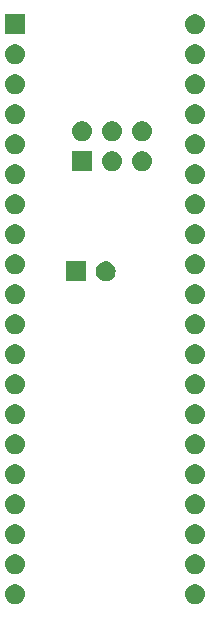
<source format=gbr>
%TF.GenerationSoftware,KiCad,Pcbnew,7.0.7*%
%TF.CreationDate,2024-02-24T18:58:31-05:00*%
%TF.ProjectId,m0110a_atmega32_pcb,6d303131-3061-45f6-9174-6d6567613332,rev?*%
%TF.SameCoordinates,Original*%
%TF.FileFunction,Soldermask,Bot*%
%TF.FilePolarity,Negative*%
%FSLAX46Y46*%
G04 Gerber Fmt 4.6, Leading zero omitted, Abs format (unit mm)*
G04 Created by KiCad (PCBNEW 7.0.7) date 2024-02-24 18:58:31*
%MOMM*%
%LPD*%
G01*
G04 APERTURE LIST*
G04 APERTURE END LIST*
G36*
X143772664Y-114761602D02*
G01*
X143935000Y-114833878D01*
X144078761Y-114938327D01*
X144197664Y-115070383D01*
X144286514Y-115224274D01*
X144341425Y-115393275D01*
X144360000Y-115570000D01*
X144341425Y-115746725D01*
X144286514Y-115915726D01*
X144197664Y-116069617D01*
X144078761Y-116201673D01*
X143935000Y-116306122D01*
X143772664Y-116378398D01*
X143598849Y-116415344D01*
X143421151Y-116415344D01*
X143247336Y-116378398D01*
X143085000Y-116306122D01*
X142941239Y-116201673D01*
X142822336Y-116069617D01*
X142733486Y-115915726D01*
X142678575Y-115746725D01*
X142660000Y-115570000D01*
X142678575Y-115393275D01*
X142733486Y-115224274D01*
X142822336Y-115070383D01*
X142941239Y-114938327D01*
X143085000Y-114833878D01*
X143247336Y-114761602D01*
X143421151Y-114724656D01*
X143598849Y-114724656D01*
X143772664Y-114761602D01*
G37*
G36*
X159012664Y-114761602D02*
G01*
X159175000Y-114833878D01*
X159318761Y-114938327D01*
X159437664Y-115070383D01*
X159526514Y-115224274D01*
X159581425Y-115393275D01*
X159600000Y-115570000D01*
X159581425Y-115746725D01*
X159526514Y-115915726D01*
X159437664Y-116069617D01*
X159318761Y-116201673D01*
X159175000Y-116306122D01*
X159012664Y-116378398D01*
X158838849Y-116415344D01*
X158661151Y-116415344D01*
X158487336Y-116378398D01*
X158325000Y-116306122D01*
X158181239Y-116201673D01*
X158062336Y-116069617D01*
X157973486Y-115915726D01*
X157918575Y-115746725D01*
X157900000Y-115570000D01*
X157918575Y-115393275D01*
X157973486Y-115224274D01*
X158062336Y-115070383D01*
X158181239Y-114938327D01*
X158325000Y-114833878D01*
X158487336Y-114761602D01*
X158661151Y-114724656D01*
X158838849Y-114724656D01*
X159012664Y-114761602D01*
G37*
G36*
X143772664Y-112221602D02*
G01*
X143935000Y-112293878D01*
X144078761Y-112398327D01*
X144197664Y-112530383D01*
X144286514Y-112684274D01*
X144341425Y-112853275D01*
X144360000Y-113030000D01*
X144341425Y-113206725D01*
X144286514Y-113375726D01*
X144197664Y-113529617D01*
X144078761Y-113661673D01*
X143935000Y-113766122D01*
X143772664Y-113838398D01*
X143598849Y-113875344D01*
X143421151Y-113875344D01*
X143247336Y-113838398D01*
X143085000Y-113766122D01*
X142941239Y-113661673D01*
X142822336Y-113529617D01*
X142733486Y-113375726D01*
X142678575Y-113206725D01*
X142660000Y-113030000D01*
X142678575Y-112853275D01*
X142733486Y-112684274D01*
X142822336Y-112530383D01*
X142941239Y-112398327D01*
X143085000Y-112293878D01*
X143247336Y-112221602D01*
X143421151Y-112184656D01*
X143598849Y-112184656D01*
X143772664Y-112221602D01*
G37*
G36*
X159012664Y-112221602D02*
G01*
X159175000Y-112293878D01*
X159318761Y-112398327D01*
X159437664Y-112530383D01*
X159526514Y-112684274D01*
X159581425Y-112853275D01*
X159600000Y-113030000D01*
X159581425Y-113206725D01*
X159526514Y-113375726D01*
X159437664Y-113529617D01*
X159318761Y-113661673D01*
X159175000Y-113766122D01*
X159012664Y-113838398D01*
X158838849Y-113875344D01*
X158661151Y-113875344D01*
X158487336Y-113838398D01*
X158325000Y-113766122D01*
X158181239Y-113661673D01*
X158062336Y-113529617D01*
X157973486Y-113375726D01*
X157918575Y-113206725D01*
X157900000Y-113030000D01*
X157918575Y-112853275D01*
X157973486Y-112684274D01*
X158062336Y-112530383D01*
X158181239Y-112398327D01*
X158325000Y-112293878D01*
X158487336Y-112221602D01*
X158661151Y-112184656D01*
X158838849Y-112184656D01*
X159012664Y-112221602D01*
G37*
G36*
X143772664Y-109681602D02*
G01*
X143935000Y-109753878D01*
X144078761Y-109858327D01*
X144197664Y-109990383D01*
X144286514Y-110144274D01*
X144341425Y-110313275D01*
X144360000Y-110490000D01*
X144341425Y-110666725D01*
X144286514Y-110835726D01*
X144197664Y-110989617D01*
X144078761Y-111121673D01*
X143935000Y-111226122D01*
X143772664Y-111298398D01*
X143598849Y-111335344D01*
X143421151Y-111335344D01*
X143247336Y-111298398D01*
X143085000Y-111226122D01*
X142941239Y-111121673D01*
X142822336Y-110989617D01*
X142733486Y-110835726D01*
X142678575Y-110666725D01*
X142660000Y-110490000D01*
X142678575Y-110313275D01*
X142733486Y-110144274D01*
X142822336Y-109990383D01*
X142941239Y-109858327D01*
X143085000Y-109753878D01*
X143247336Y-109681602D01*
X143421151Y-109644656D01*
X143598849Y-109644656D01*
X143772664Y-109681602D01*
G37*
G36*
X159012664Y-109681602D02*
G01*
X159175000Y-109753878D01*
X159318761Y-109858327D01*
X159437664Y-109990383D01*
X159526514Y-110144274D01*
X159581425Y-110313275D01*
X159600000Y-110490000D01*
X159581425Y-110666725D01*
X159526514Y-110835726D01*
X159437664Y-110989617D01*
X159318761Y-111121673D01*
X159175000Y-111226122D01*
X159012664Y-111298398D01*
X158838849Y-111335344D01*
X158661151Y-111335344D01*
X158487336Y-111298398D01*
X158325000Y-111226122D01*
X158181239Y-111121673D01*
X158062336Y-110989617D01*
X157973486Y-110835726D01*
X157918575Y-110666725D01*
X157900000Y-110490000D01*
X157918575Y-110313275D01*
X157973486Y-110144274D01*
X158062336Y-109990383D01*
X158181239Y-109858327D01*
X158325000Y-109753878D01*
X158487336Y-109681602D01*
X158661151Y-109644656D01*
X158838849Y-109644656D01*
X159012664Y-109681602D01*
G37*
G36*
X143772664Y-107141602D02*
G01*
X143935000Y-107213878D01*
X144078761Y-107318327D01*
X144197664Y-107450383D01*
X144286514Y-107604274D01*
X144341425Y-107773275D01*
X144360000Y-107950000D01*
X144341425Y-108126725D01*
X144286514Y-108295726D01*
X144197664Y-108449617D01*
X144078761Y-108581673D01*
X143935000Y-108686122D01*
X143772664Y-108758398D01*
X143598849Y-108795344D01*
X143421151Y-108795344D01*
X143247336Y-108758398D01*
X143085000Y-108686122D01*
X142941239Y-108581673D01*
X142822336Y-108449617D01*
X142733486Y-108295726D01*
X142678575Y-108126725D01*
X142660000Y-107950000D01*
X142678575Y-107773275D01*
X142733486Y-107604274D01*
X142822336Y-107450383D01*
X142941239Y-107318327D01*
X143085000Y-107213878D01*
X143247336Y-107141602D01*
X143421151Y-107104656D01*
X143598849Y-107104656D01*
X143772664Y-107141602D01*
G37*
G36*
X159012664Y-107141602D02*
G01*
X159175000Y-107213878D01*
X159318761Y-107318327D01*
X159437664Y-107450383D01*
X159526514Y-107604274D01*
X159581425Y-107773275D01*
X159600000Y-107950000D01*
X159581425Y-108126725D01*
X159526514Y-108295726D01*
X159437664Y-108449617D01*
X159318761Y-108581673D01*
X159175000Y-108686122D01*
X159012664Y-108758398D01*
X158838849Y-108795344D01*
X158661151Y-108795344D01*
X158487336Y-108758398D01*
X158325000Y-108686122D01*
X158181239Y-108581673D01*
X158062336Y-108449617D01*
X157973486Y-108295726D01*
X157918575Y-108126725D01*
X157900000Y-107950000D01*
X157918575Y-107773275D01*
X157973486Y-107604274D01*
X158062336Y-107450383D01*
X158181239Y-107318327D01*
X158325000Y-107213878D01*
X158487336Y-107141602D01*
X158661151Y-107104656D01*
X158838849Y-107104656D01*
X159012664Y-107141602D01*
G37*
G36*
X143772664Y-104601602D02*
G01*
X143935000Y-104673878D01*
X144078761Y-104778327D01*
X144197664Y-104910383D01*
X144286514Y-105064274D01*
X144341425Y-105233275D01*
X144360000Y-105410000D01*
X144341425Y-105586725D01*
X144286514Y-105755726D01*
X144197664Y-105909617D01*
X144078761Y-106041673D01*
X143935000Y-106146122D01*
X143772664Y-106218398D01*
X143598849Y-106255344D01*
X143421151Y-106255344D01*
X143247336Y-106218398D01*
X143085000Y-106146122D01*
X142941239Y-106041673D01*
X142822336Y-105909617D01*
X142733486Y-105755726D01*
X142678575Y-105586725D01*
X142660000Y-105410000D01*
X142678575Y-105233275D01*
X142733486Y-105064274D01*
X142822336Y-104910383D01*
X142941239Y-104778327D01*
X143085000Y-104673878D01*
X143247336Y-104601602D01*
X143421151Y-104564656D01*
X143598849Y-104564656D01*
X143772664Y-104601602D01*
G37*
G36*
X159012664Y-104601602D02*
G01*
X159175000Y-104673878D01*
X159318761Y-104778327D01*
X159437664Y-104910383D01*
X159526514Y-105064274D01*
X159581425Y-105233275D01*
X159600000Y-105410000D01*
X159581425Y-105586725D01*
X159526514Y-105755726D01*
X159437664Y-105909617D01*
X159318761Y-106041673D01*
X159175000Y-106146122D01*
X159012664Y-106218398D01*
X158838849Y-106255344D01*
X158661151Y-106255344D01*
X158487336Y-106218398D01*
X158325000Y-106146122D01*
X158181239Y-106041673D01*
X158062336Y-105909617D01*
X157973486Y-105755726D01*
X157918575Y-105586725D01*
X157900000Y-105410000D01*
X157918575Y-105233275D01*
X157973486Y-105064274D01*
X158062336Y-104910383D01*
X158181239Y-104778327D01*
X158325000Y-104673878D01*
X158487336Y-104601602D01*
X158661151Y-104564656D01*
X158838849Y-104564656D01*
X159012664Y-104601602D01*
G37*
G36*
X143772664Y-102061602D02*
G01*
X143935000Y-102133878D01*
X144078761Y-102238327D01*
X144197664Y-102370383D01*
X144286514Y-102524274D01*
X144341425Y-102693275D01*
X144360000Y-102870000D01*
X144341425Y-103046725D01*
X144286514Y-103215726D01*
X144197664Y-103369617D01*
X144078761Y-103501673D01*
X143935000Y-103606122D01*
X143772664Y-103678398D01*
X143598849Y-103715344D01*
X143421151Y-103715344D01*
X143247336Y-103678398D01*
X143085000Y-103606122D01*
X142941239Y-103501673D01*
X142822336Y-103369617D01*
X142733486Y-103215726D01*
X142678575Y-103046725D01*
X142660000Y-102870000D01*
X142678575Y-102693275D01*
X142733486Y-102524274D01*
X142822336Y-102370383D01*
X142941239Y-102238327D01*
X143085000Y-102133878D01*
X143247336Y-102061602D01*
X143421151Y-102024656D01*
X143598849Y-102024656D01*
X143772664Y-102061602D01*
G37*
G36*
X159012664Y-102061602D02*
G01*
X159175000Y-102133878D01*
X159318761Y-102238327D01*
X159437664Y-102370383D01*
X159526514Y-102524274D01*
X159581425Y-102693275D01*
X159600000Y-102870000D01*
X159581425Y-103046725D01*
X159526514Y-103215726D01*
X159437664Y-103369617D01*
X159318761Y-103501673D01*
X159175000Y-103606122D01*
X159012664Y-103678398D01*
X158838849Y-103715344D01*
X158661151Y-103715344D01*
X158487336Y-103678398D01*
X158325000Y-103606122D01*
X158181239Y-103501673D01*
X158062336Y-103369617D01*
X157973486Y-103215726D01*
X157918575Y-103046725D01*
X157900000Y-102870000D01*
X157918575Y-102693275D01*
X157973486Y-102524274D01*
X158062336Y-102370383D01*
X158181239Y-102238327D01*
X158325000Y-102133878D01*
X158487336Y-102061602D01*
X158661151Y-102024656D01*
X158838849Y-102024656D01*
X159012664Y-102061602D01*
G37*
G36*
X143772664Y-99521602D02*
G01*
X143935000Y-99593878D01*
X144078761Y-99698327D01*
X144197664Y-99830383D01*
X144286514Y-99984274D01*
X144341425Y-100153275D01*
X144360000Y-100330000D01*
X144341425Y-100506725D01*
X144286514Y-100675726D01*
X144197664Y-100829617D01*
X144078761Y-100961673D01*
X143935000Y-101066122D01*
X143772664Y-101138398D01*
X143598849Y-101175344D01*
X143421151Y-101175344D01*
X143247336Y-101138398D01*
X143085000Y-101066122D01*
X142941239Y-100961673D01*
X142822336Y-100829617D01*
X142733486Y-100675726D01*
X142678575Y-100506725D01*
X142660000Y-100330000D01*
X142678575Y-100153275D01*
X142733486Y-99984274D01*
X142822336Y-99830383D01*
X142941239Y-99698327D01*
X143085000Y-99593878D01*
X143247336Y-99521602D01*
X143421151Y-99484656D01*
X143598849Y-99484656D01*
X143772664Y-99521602D01*
G37*
G36*
X159012664Y-99521602D02*
G01*
X159175000Y-99593878D01*
X159318761Y-99698327D01*
X159437664Y-99830383D01*
X159526514Y-99984274D01*
X159581425Y-100153275D01*
X159600000Y-100330000D01*
X159581425Y-100506725D01*
X159526514Y-100675726D01*
X159437664Y-100829617D01*
X159318761Y-100961673D01*
X159175000Y-101066122D01*
X159012664Y-101138398D01*
X158838849Y-101175344D01*
X158661151Y-101175344D01*
X158487336Y-101138398D01*
X158325000Y-101066122D01*
X158181239Y-100961673D01*
X158062336Y-100829617D01*
X157973486Y-100675726D01*
X157918575Y-100506725D01*
X157900000Y-100330000D01*
X157918575Y-100153275D01*
X157973486Y-99984274D01*
X158062336Y-99830383D01*
X158181239Y-99698327D01*
X158325000Y-99593878D01*
X158487336Y-99521602D01*
X158661151Y-99484656D01*
X158838849Y-99484656D01*
X159012664Y-99521602D01*
G37*
G36*
X143772664Y-96981602D02*
G01*
X143935000Y-97053878D01*
X144078761Y-97158327D01*
X144197664Y-97290383D01*
X144286514Y-97444274D01*
X144341425Y-97613275D01*
X144360000Y-97790000D01*
X144341425Y-97966725D01*
X144286514Y-98135726D01*
X144197664Y-98289617D01*
X144078761Y-98421673D01*
X143935000Y-98526122D01*
X143772664Y-98598398D01*
X143598849Y-98635344D01*
X143421151Y-98635344D01*
X143247336Y-98598398D01*
X143085000Y-98526122D01*
X142941239Y-98421673D01*
X142822336Y-98289617D01*
X142733486Y-98135726D01*
X142678575Y-97966725D01*
X142660000Y-97790000D01*
X142678575Y-97613275D01*
X142733486Y-97444274D01*
X142822336Y-97290383D01*
X142941239Y-97158327D01*
X143085000Y-97053878D01*
X143247336Y-96981602D01*
X143421151Y-96944656D01*
X143598849Y-96944656D01*
X143772664Y-96981602D01*
G37*
G36*
X159012664Y-96981602D02*
G01*
X159175000Y-97053878D01*
X159318761Y-97158327D01*
X159437664Y-97290383D01*
X159526514Y-97444274D01*
X159581425Y-97613275D01*
X159600000Y-97790000D01*
X159581425Y-97966725D01*
X159526514Y-98135726D01*
X159437664Y-98289617D01*
X159318761Y-98421673D01*
X159175000Y-98526122D01*
X159012664Y-98598398D01*
X158838849Y-98635344D01*
X158661151Y-98635344D01*
X158487336Y-98598398D01*
X158325000Y-98526122D01*
X158181239Y-98421673D01*
X158062336Y-98289617D01*
X157973486Y-98135726D01*
X157918575Y-97966725D01*
X157900000Y-97790000D01*
X157918575Y-97613275D01*
X157973486Y-97444274D01*
X158062336Y-97290383D01*
X158181239Y-97158327D01*
X158325000Y-97053878D01*
X158487336Y-96981602D01*
X158661151Y-96944656D01*
X158838849Y-96944656D01*
X159012664Y-96981602D01*
G37*
G36*
X143772664Y-94441602D02*
G01*
X143935000Y-94513878D01*
X144078761Y-94618327D01*
X144197664Y-94750383D01*
X144286514Y-94904274D01*
X144341425Y-95073275D01*
X144360000Y-95250000D01*
X144341425Y-95426725D01*
X144286514Y-95595726D01*
X144197664Y-95749617D01*
X144078761Y-95881673D01*
X143935000Y-95986122D01*
X143772664Y-96058398D01*
X143598849Y-96095344D01*
X143421151Y-96095344D01*
X143247336Y-96058398D01*
X143085000Y-95986122D01*
X142941239Y-95881673D01*
X142822336Y-95749617D01*
X142733486Y-95595726D01*
X142678575Y-95426725D01*
X142660000Y-95250000D01*
X142678575Y-95073275D01*
X142733486Y-94904274D01*
X142822336Y-94750383D01*
X142941239Y-94618327D01*
X143085000Y-94513878D01*
X143247336Y-94441602D01*
X143421151Y-94404656D01*
X143598849Y-94404656D01*
X143772664Y-94441602D01*
G37*
G36*
X159012664Y-94441602D02*
G01*
X159175000Y-94513878D01*
X159318761Y-94618327D01*
X159437664Y-94750383D01*
X159526514Y-94904274D01*
X159581425Y-95073275D01*
X159600000Y-95250000D01*
X159581425Y-95426725D01*
X159526514Y-95595726D01*
X159437664Y-95749617D01*
X159318761Y-95881673D01*
X159175000Y-95986122D01*
X159012664Y-96058398D01*
X158838849Y-96095344D01*
X158661151Y-96095344D01*
X158487336Y-96058398D01*
X158325000Y-95986122D01*
X158181239Y-95881673D01*
X158062336Y-95749617D01*
X157973486Y-95595726D01*
X157918575Y-95426725D01*
X157900000Y-95250000D01*
X157918575Y-95073275D01*
X157973486Y-94904274D01*
X158062336Y-94750383D01*
X158181239Y-94618327D01*
X158325000Y-94513878D01*
X158487336Y-94441602D01*
X158661151Y-94404656D01*
X158838849Y-94404656D01*
X159012664Y-94441602D01*
G37*
G36*
X143772664Y-91901602D02*
G01*
X143935000Y-91973878D01*
X144078761Y-92078327D01*
X144197664Y-92210383D01*
X144286514Y-92364274D01*
X144341425Y-92533275D01*
X144360000Y-92710000D01*
X144341425Y-92886725D01*
X144286514Y-93055726D01*
X144197664Y-93209617D01*
X144078761Y-93341673D01*
X143935000Y-93446122D01*
X143772664Y-93518398D01*
X143598849Y-93555344D01*
X143421151Y-93555344D01*
X143247336Y-93518398D01*
X143085000Y-93446122D01*
X142941239Y-93341673D01*
X142822336Y-93209617D01*
X142733486Y-93055726D01*
X142678575Y-92886725D01*
X142660000Y-92710000D01*
X142678575Y-92533275D01*
X142733486Y-92364274D01*
X142822336Y-92210383D01*
X142941239Y-92078327D01*
X143085000Y-91973878D01*
X143247336Y-91901602D01*
X143421151Y-91864656D01*
X143598849Y-91864656D01*
X143772664Y-91901602D01*
G37*
G36*
X159012664Y-91901602D02*
G01*
X159175000Y-91973878D01*
X159318761Y-92078327D01*
X159437664Y-92210383D01*
X159526514Y-92364274D01*
X159581425Y-92533275D01*
X159600000Y-92710000D01*
X159581425Y-92886725D01*
X159526514Y-93055726D01*
X159437664Y-93209617D01*
X159318761Y-93341673D01*
X159175000Y-93446122D01*
X159012664Y-93518398D01*
X158838849Y-93555344D01*
X158661151Y-93555344D01*
X158487336Y-93518398D01*
X158325000Y-93446122D01*
X158181239Y-93341673D01*
X158062336Y-93209617D01*
X157973486Y-93055726D01*
X157918575Y-92886725D01*
X157900000Y-92710000D01*
X157918575Y-92533275D01*
X157973486Y-92364274D01*
X158062336Y-92210383D01*
X158181239Y-92078327D01*
X158325000Y-91973878D01*
X158487336Y-91901602D01*
X158661151Y-91864656D01*
X158838849Y-91864656D01*
X159012664Y-91901602D01*
G37*
G36*
X143772664Y-89361602D02*
G01*
X143935000Y-89433878D01*
X144078761Y-89538327D01*
X144197664Y-89670383D01*
X144286514Y-89824274D01*
X144341425Y-89993275D01*
X144360000Y-90170000D01*
X144341425Y-90346725D01*
X144286514Y-90515726D01*
X144197664Y-90669617D01*
X144078761Y-90801673D01*
X143935000Y-90906122D01*
X143772664Y-90978398D01*
X143598849Y-91015344D01*
X143421151Y-91015344D01*
X143247336Y-90978398D01*
X143085000Y-90906122D01*
X142941239Y-90801673D01*
X142822336Y-90669617D01*
X142733486Y-90515726D01*
X142678575Y-90346725D01*
X142660000Y-90170000D01*
X142678575Y-89993275D01*
X142733486Y-89824274D01*
X142822336Y-89670383D01*
X142941239Y-89538327D01*
X143085000Y-89433878D01*
X143247336Y-89361602D01*
X143421151Y-89324656D01*
X143598849Y-89324656D01*
X143772664Y-89361602D01*
G37*
G36*
X159012664Y-89361602D02*
G01*
X159175000Y-89433878D01*
X159318761Y-89538327D01*
X159437664Y-89670383D01*
X159526514Y-89824274D01*
X159581425Y-89993275D01*
X159600000Y-90170000D01*
X159581425Y-90346725D01*
X159526514Y-90515726D01*
X159437664Y-90669617D01*
X159318761Y-90801673D01*
X159175000Y-90906122D01*
X159012664Y-90978398D01*
X158838849Y-91015344D01*
X158661151Y-91015344D01*
X158487336Y-90978398D01*
X158325000Y-90906122D01*
X158181239Y-90801673D01*
X158062336Y-90669617D01*
X157973486Y-90515726D01*
X157918575Y-90346725D01*
X157900000Y-90170000D01*
X157918575Y-89993275D01*
X157973486Y-89824274D01*
X158062336Y-89670383D01*
X158181239Y-89538327D01*
X158325000Y-89433878D01*
X158487336Y-89361602D01*
X158661151Y-89324656D01*
X158838849Y-89324656D01*
X159012664Y-89361602D01*
G37*
G36*
X149490800Y-89089600D02*
G01*
X147790800Y-89089600D01*
X147790800Y-87389600D01*
X149490800Y-87389600D01*
X149490800Y-89089600D01*
G37*
G36*
X151443464Y-87431202D02*
G01*
X151605800Y-87503478D01*
X151749561Y-87607927D01*
X151868464Y-87739983D01*
X151957314Y-87893874D01*
X152012225Y-88062875D01*
X152030800Y-88239600D01*
X152012225Y-88416325D01*
X151957314Y-88585326D01*
X151868464Y-88739217D01*
X151749561Y-88871273D01*
X151605800Y-88975722D01*
X151443464Y-89047998D01*
X151269649Y-89084944D01*
X151091951Y-89084944D01*
X150918136Y-89047998D01*
X150755800Y-88975722D01*
X150612039Y-88871273D01*
X150493136Y-88739217D01*
X150404286Y-88585326D01*
X150349375Y-88416325D01*
X150330800Y-88239600D01*
X150349375Y-88062875D01*
X150404286Y-87893874D01*
X150493136Y-87739983D01*
X150612039Y-87607927D01*
X150755800Y-87503478D01*
X150918136Y-87431202D01*
X151091951Y-87394256D01*
X151269649Y-87394256D01*
X151443464Y-87431202D01*
G37*
G36*
X143772664Y-86821602D02*
G01*
X143935000Y-86893878D01*
X144078761Y-86998327D01*
X144197664Y-87130383D01*
X144286514Y-87284274D01*
X144341425Y-87453275D01*
X144360000Y-87630000D01*
X144341425Y-87806725D01*
X144286514Y-87975726D01*
X144197664Y-88129617D01*
X144078761Y-88261673D01*
X143935000Y-88366122D01*
X143772664Y-88438398D01*
X143598849Y-88475344D01*
X143421151Y-88475344D01*
X143247336Y-88438398D01*
X143085000Y-88366122D01*
X142941239Y-88261673D01*
X142822336Y-88129617D01*
X142733486Y-87975726D01*
X142678575Y-87806725D01*
X142660000Y-87630000D01*
X142678575Y-87453275D01*
X142733486Y-87284274D01*
X142822336Y-87130383D01*
X142941239Y-86998327D01*
X143085000Y-86893878D01*
X143247336Y-86821602D01*
X143421151Y-86784656D01*
X143598849Y-86784656D01*
X143772664Y-86821602D01*
G37*
G36*
X159012664Y-86821602D02*
G01*
X159175000Y-86893878D01*
X159318761Y-86998327D01*
X159437664Y-87130383D01*
X159526514Y-87284274D01*
X159581425Y-87453275D01*
X159600000Y-87630000D01*
X159581425Y-87806725D01*
X159526514Y-87975726D01*
X159437664Y-88129617D01*
X159318761Y-88261673D01*
X159175000Y-88366122D01*
X159012664Y-88438398D01*
X158838849Y-88475344D01*
X158661151Y-88475344D01*
X158487336Y-88438398D01*
X158325000Y-88366122D01*
X158181239Y-88261673D01*
X158062336Y-88129617D01*
X157973486Y-87975726D01*
X157918575Y-87806725D01*
X157900000Y-87630000D01*
X157918575Y-87453275D01*
X157973486Y-87284274D01*
X158062336Y-87130383D01*
X158181239Y-86998327D01*
X158325000Y-86893878D01*
X158487336Y-86821602D01*
X158661151Y-86784656D01*
X158838849Y-86784656D01*
X159012664Y-86821602D01*
G37*
G36*
X143772664Y-84281602D02*
G01*
X143935000Y-84353878D01*
X144078761Y-84458327D01*
X144197664Y-84590383D01*
X144286514Y-84744274D01*
X144341425Y-84913275D01*
X144360000Y-85090000D01*
X144341425Y-85266725D01*
X144286514Y-85435726D01*
X144197664Y-85589617D01*
X144078761Y-85721673D01*
X143935000Y-85826122D01*
X143772664Y-85898398D01*
X143598849Y-85935344D01*
X143421151Y-85935344D01*
X143247336Y-85898398D01*
X143085000Y-85826122D01*
X142941239Y-85721673D01*
X142822336Y-85589617D01*
X142733486Y-85435726D01*
X142678575Y-85266725D01*
X142660000Y-85090000D01*
X142678575Y-84913275D01*
X142733486Y-84744274D01*
X142822336Y-84590383D01*
X142941239Y-84458327D01*
X143085000Y-84353878D01*
X143247336Y-84281602D01*
X143421151Y-84244656D01*
X143598849Y-84244656D01*
X143772664Y-84281602D01*
G37*
G36*
X159012664Y-84281602D02*
G01*
X159175000Y-84353878D01*
X159318761Y-84458327D01*
X159437664Y-84590383D01*
X159526514Y-84744274D01*
X159581425Y-84913275D01*
X159600000Y-85090000D01*
X159581425Y-85266725D01*
X159526514Y-85435726D01*
X159437664Y-85589617D01*
X159318761Y-85721673D01*
X159175000Y-85826122D01*
X159012664Y-85898398D01*
X158838849Y-85935344D01*
X158661151Y-85935344D01*
X158487336Y-85898398D01*
X158325000Y-85826122D01*
X158181239Y-85721673D01*
X158062336Y-85589617D01*
X157973486Y-85435726D01*
X157918575Y-85266725D01*
X157900000Y-85090000D01*
X157918575Y-84913275D01*
X157973486Y-84744274D01*
X158062336Y-84590383D01*
X158181239Y-84458327D01*
X158325000Y-84353878D01*
X158487336Y-84281602D01*
X158661151Y-84244656D01*
X158838849Y-84244656D01*
X159012664Y-84281602D01*
G37*
G36*
X143772664Y-81741602D02*
G01*
X143935000Y-81813878D01*
X144078761Y-81918327D01*
X144197664Y-82050383D01*
X144286514Y-82204274D01*
X144341425Y-82373275D01*
X144360000Y-82550000D01*
X144341425Y-82726725D01*
X144286514Y-82895726D01*
X144197664Y-83049617D01*
X144078761Y-83181673D01*
X143935000Y-83286122D01*
X143772664Y-83358398D01*
X143598849Y-83395344D01*
X143421151Y-83395344D01*
X143247336Y-83358398D01*
X143085000Y-83286122D01*
X142941239Y-83181673D01*
X142822336Y-83049617D01*
X142733486Y-82895726D01*
X142678575Y-82726725D01*
X142660000Y-82550000D01*
X142678575Y-82373275D01*
X142733486Y-82204274D01*
X142822336Y-82050383D01*
X142941239Y-81918327D01*
X143085000Y-81813878D01*
X143247336Y-81741602D01*
X143421151Y-81704656D01*
X143598849Y-81704656D01*
X143772664Y-81741602D01*
G37*
G36*
X159012664Y-81741602D02*
G01*
X159175000Y-81813878D01*
X159318761Y-81918327D01*
X159437664Y-82050383D01*
X159526514Y-82204274D01*
X159581425Y-82373275D01*
X159600000Y-82550000D01*
X159581425Y-82726725D01*
X159526514Y-82895726D01*
X159437664Y-83049617D01*
X159318761Y-83181673D01*
X159175000Y-83286122D01*
X159012664Y-83358398D01*
X158838849Y-83395344D01*
X158661151Y-83395344D01*
X158487336Y-83358398D01*
X158325000Y-83286122D01*
X158181239Y-83181673D01*
X158062336Y-83049617D01*
X157973486Y-82895726D01*
X157918575Y-82726725D01*
X157900000Y-82550000D01*
X157918575Y-82373275D01*
X157973486Y-82204274D01*
X158062336Y-82050383D01*
X158181239Y-81918327D01*
X158325000Y-81813878D01*
X158487336Y-81741602D01*
X158661151Y-81704656D01*
X158838849Y-81704656D01*
X159012664Y-81741602D01*
G37*
G36*
X143772664Y-79201602D02*
G01*
X143935000Y-79273878D01*
X144078761Y-79378327D01*
X144197664Y-79510383D01*
X144286514Y-79664274D01*
X144341425Y-79833275D01*
X144360000Y-80010000D01*
X144341425Y-80186725D01*
X144286514Y-80355726D01*
X144197664Y-80509617D01*
X144078761Y-80641673D01*
X143935000Y-80746122D01*
X143772664Y-80818398D01*
X143598849Y-80855344D01*
X143421151Y-80855344D01*
X143247336Y-80818398D01*
X143085000Y-80746122D01*
X142941239Y-80641673D01*
X142822336Y-80509617D01*
X142733486Y-80355726D01*
X142678575Y-80186725D01*
X142660000Y-80010000D01*
X142678575Y-79833275D01*
X142733486Y-79664274D01*
X142822336Y-79510383D01*
X142941239Y-79378327D01*
X143085000Y-79273878D01*
X143247336Y-79201602D01*
X143421151Y-79164656D01*
X143598849Y-79164656D01*
X143772664Y-79201602D01*
G37*
G36*
X159012664Y-79201602D02*
G01*
X159175000Y-79273878D01*
X159318761Y-79378327D01*
X159437664Y-79510383D01*
X159526514Y-79664274D01*
X159581425Y-79833275D01*
X159600000Y-80010000D01*
X159581425Y-80186725D01*
X159526514Y-80355726D01*
X159437664Y-80509617D01*
X159318761Y-80641673D01*
X159175000Y-80746122D01*
X159012664Y-80818398D01*
X158838849Y-80855344D01*
X158661151Y-80855344D01*
X158487336Y-80818398D01*
X158325000Y-80746122D01*
X158181239Y-80641673D01*
X158062336Y-80509617D01*
X157973486Y-80355726D01*
X157918575Y-80186725D01*
X157900000Y-80010000D01*
X157918575Y-79833275D01*
X157973486Y-79664274D01*
X158062336Y-79510383D01*
X158181239Y-79378327D01*
X158325000Y-79273878D01*
X158487336Y-79201602D01*
X158661151Y-79164656D01*
X158838849Y-79164656D01*
X159012664Y-79201602D01*
G37*
G36*
X150049600Y-79742400D02*
G01*
X148349600Y-79742400D01*
X148349600Y-78042400D01*
X150049600Y-78042400D01*
X150049600Y-79742400D01*
G37*
G36*
X152002264Y-78084002D02*
G01*
X152164600Y-78156278D01*
X152308361Y-78260727D01*
X152427264Y-78392783D01*
X152516114Y-78546674D01*
X152571025Y-78715675D01*
X152589600Y-78892400D01*
X152571025Y-79069125D01*
X152516114Y-79238126D01*
X152427264Y-79392017D01*
X152308361Y-79524073D01*
X152164600Y-79628522D01*
X152002264Y-79700798D01*
X151828449Y-79737744D01*
X151650751Y-79737744D01*
X151476936Y-79700798D01*
X151314600Y-79628522D01*
X151170839Y-79524073D01*
X151051936Y-79392017D01*
X150963086Y-79238126D01*
X150908175Y-79069125D01*
X150889600Y-78892400D01*
X150908175Y-78715675D01*
X150963086Y-78546674D01*
X151051936Y-78392783D01*
X151170839Y-78260727D01*
X151314600Y-78156278D01*
X151476936Y-78084002D01*
X151650751Y-78047056D01*
X151828449Y-78047056D01*
X152002264Y-78084002D01*
G37*
G36*
X154542264Y-78084002D02*
G01*
X154704600Y-78156278D01*
X154848361Y-78260727D01*
X154967264Y-78392783D01*
X155056114Y-78546674D01*
X155111025Y-78715675D01*
X155129600Y-78892400D01*
X155111025Y-79069125D01*
X155056114Y-79238126D01*
X154967264Y-79392017D01*
X154848361Y-79524073D01*
X154704600Y-79628522D01*
X154542264Y-79700798D01*
X154368449Y-79737744D01*
X154190751Y-79737744D01*
X154016936Y-79700798D01*
X153854600Y-79628522D01*
X153710839Y-79524073D01*
X153591936Y-79392017D01*
X153503086Y-79238126D01*
X153448175Y-79069125D01*
X153429600Y-78892400D01*
X153448175Y-78715675D01*
X153503086Y-78546674D01*
X153591936Y-78392783D01*
X153710839Y-78260727D01*
X153854600Y-78156278D01*
X154016936Y-78084002D01*
X154190751Y-78047056D01*
X154368449Y-78047056D01*
X154542264Y-78084002D01*
G37*
G36*
X143772664Y-76661602D02*
G01*
X143935000Y-76733878D01*
X144078761Y-76838327D01*
X144197664Y-76970383D01*
X144286514Y-77124274D01*
X144341425Y-77293275D01*
X144360000Y-77470000D01*
X144341425Y-77646725D01*
X144286514Y-77815726D01*
X144197664Y-77969617D01*
X144078761Y-78101673D01*
X143935000Y-78206122D01*
X143772664Y-78278398D01*
X143598849Y-78315344D01*
X143421151Y-78315344D01*
X143247336Y-78278398D01*
X143085000Y-78206122D01*
X142941239Y-78101673D01*
X142822336Y-77969617D01*
X142733486Y-77815726D01*
X142678575Y-77646725D01*
X142660000Y-77470000D01*
X142678575Y-77293275D01*
X142733486Y-77124274D01*
X142822336Y-76970383D01*
X142941239Y-76838327D01*
X143085000Y-76733878D01*
X143247336Y-76661602D01*
X143421151Y-76624656D01*
X143598849Y-76624656D01*
X143772664Y-76661602D01*
G37*
G36*
X159012664Y-76661602D02*
G01*
X159175000Y-76733878D01*
X159318761Y-76838327D01*
X159437664Y-76970383D01*
X159526514Y-77124274D01*
X159581425Y-77293275D01*
X159600000Y-77470000D01*
X159581425Y-77646725D01*
X159526514Y-77815726D01*
X159437664Y-77969617D01*
X159318761Y-78101673D01*
X159175000Y-78206122D01*
X159012664Y-78278398D01*
X158838849Y-78315344D01*
X158661151Y-78315344D01*
X158487336Y-78278398D01*
X158325000Y-78206122D01*
X158181239Y-78101673D01*
X158062336Y-77969617D01*
X157973486Y-77815726D01*
X157918575Y-77646725D01*
X157900000Y-77470000D01*
X157918575Y-77293275D01*
X157973486Y-77124274D01*
X158062336Y-76970383D01*
X158181239Y-76838327D01*
X158325000Y-76733878D01*
X158487336Y-76661602D01*
X158661151Y-76624656D01*
X158838849Y-76624656D01*
X159012664Y-76661602D01*
G37*
G36*
X149462264Y-75544002D02*
G01*
X149624600Y-75616278D01*
X149768361Y-75720727D01*
X149887264Y-75852783D01*
X149976114Y-76006674D01*
X150031025Y-76175675D01*
X150049600Y-76352400D01*
X150031025Y-76529125D01*
X149976114Y-76698126D01*
X149887264Y-76852017D01*
X149768361Y-76984073D01*
X149624600Y-77088522D01*
X149462264Y-77160798D01*
X149288449Y-77197744D01*
X149110751Y-77197744D01*
X148936936Y-77160798D01*
X148774600Y-77088522D01*
X148630839Y-76984073D01*
X148511936Y-76852017D01*
X148423086Y-76698126D01*
X148368175Y-76529125D01*
X148349600Y-76352400D01*
X148368175Y-76175675D01*
X148423086Y-76006674D01*
X148511936Y-75852783D01*
X148630839Y-75720727D01*
X148774600Y-75616278D01*
X148936936Y-75544002D01*
X149110751Y-75507056D01*
X149288449Y-75507056D01*
X149462264Y-75544002D01*
G37*
G36*
X152002264Y-75544002D02*
G01*
X152164600Y-75616278D01*
X152308361Y-75720727D01*
X152427264Y-75852783D01*
X152516114Y-76006674D01*
X152571025Y-76175675D01*
X152589600Y-76352400D01*
X152571025Y-76529125D01*
X152516114Y-76698126D01*
X152427264Y-76852017D01*
X152308361Y-76984073D01*
X152164600Y-77088522D01*
X152002264Y-77160798D01*
X151828449Y-77197744D01*
X151650751Y-77197744D01*
X151476936Y-77160798D01*
X151314600Y-77088522D01*
X151170839Y-76984073D01*
X151051936Y-76852017D01*
X150963086Y-76698126D01*
X150908175Y-76529125D01*
X150889600Y-76352400D01*
X150908175Y-76175675D01*
X150963086Y-76006674D01*
X151051936Y-75852783D01*
X151170839Y-75720727D01*
X151314600Y-75616278D01*
X151476936Y-75544002D01*
X151650751Y-75507056D01*
X151828449Y-75507056D01*
X152002264Y-75544002D01*
G37*
G36*
X154542264Y-75544002D02*
G01*
X154704600Y-75616278D01*
X154848361Y-75720727D01*
X154967264Y-75852783D01*
X155056114Y-76006674D01*
X155111025Y-76175675D01*
X155129600Y-76352400D01*
X155111025Y-76529125D01*
X155056114Y-76698126D01*
X154967264Y-76852017D01*
X154848361Y-76984073D01*
X154704600Y-77088522D01*
X154542264Y-77160798D01*
X154368449Y-77197744D01*
X154190751Y-77197744D01*
X154016936Y-77160798D01*
X153854600Y-77088522D01*
X153710839Y-76984073D01*
X153591936Y-76852017D01*
X153503086Y-76698126D01*
X153448175Y-76529125D01*
X153429600Y-76352400D01*
X153448175Y-76175675D01*
X153503086Y-76006674D01*
X153591936Y-75852783D01*
X153710839Y-75720727D01*
X153854600Y-75616278D01*
X154016936Y-75544002D01*
X154190751Y-75507056D01*
X154368449Y-75507056D01*
X154542264Y-75544002D01*
G37*
G36*
X143772664Y-74121602D02*
G01*
X143935000Y-74193878D01*
X144078761Y-74298327D01*
X144197664Y-74430383D01*
X144286514Y-74584274D01*
X144341425Y-74753275D01*
X144360000Y-74930000D01*
X144341425Y-75106725D01*
X144286514Y-75275726D01*
X144197664Y-75429617D01*
X144078761Y-75561673D01*
X143935000Y-75666122D01*
X143772664Y-75738398D01*
X143598849Y-75775344D01*
X143421151Y-75775344D01*
X143247336Y-75738398D01*
X143085000Y-75666122D01*
X142941239Y-75561673D01*
X142822336Y-75429617D01*
X142733486Y-75275726D01*
X142678575Y-75106725D01*
X142660000Y-74930000D01*
X142678575Y-74753275D01*
X142733486Y-74584274D01*
X142822336Y-74430383D01*
X142941239Y-74298327D01*
X143085000Y-74193878D01*
X143247336Y-74121602D01*
X143421151Y-74084656D01*
X143598849Y-74084656D01*
X143772664Y-74121602D01*
G37*
G36*
X159012664Y-74121602D02*
G01*
X159175000Y-74193878D01*
X159318761Y-74298327D01*
X159437664Y-74430383D01*
X159526514Y-74584274D01*
X159581425Y-74753275D01*
X159600000Y-74930000D01*
X159581425Y-75106725D01*
X159526514Y-75275726D01*
X159437664Y-75429617D01*
X159318761Y-75561673D01*
X159175000Y-75666122D01*
X159012664Y-75738398D01*
X158838849Y-75775344D01*
X158661151Y-75775344D01*
X158487336Y-75738398D01*
X158325000Y-75666122D01*
X158181239Y-75561673D01*
X158062336Y-75429617D01*
X157973486Y-75275726D01*
X157918575Y-75106725D01*
X157900000Y-74930000D01*
X157918575Y-74753275D01*
X157973486Y-74584274D01*
X158062336Y-74430383D01*
X158181239Y-74298327D01*
X158325000Y-74193878D01*
X158487336Y-74121602D01*
X158661151Y-74084656D01*
X158838849Y-74084656D01*
X159012664Y-74121602D01*
G37*
G36*
X143772664Y-71581602D02*
G01*
X143935000Y-71653878D01*
X144078761Y-71758327D01*
X144197664Y-71890383D01*
X144286514Y-72044274D01*
X144341425Y-72213275D01*
X144360000Y-72390000D01*
X144341425Y-72566725D01*
X144286514Y-72735726D01*
X144197664Y-72889617D01*
X144078761Y-73021673D01*
X143935000Y-73126122D01*
X143772664Y-73198398D01*
X143598849Y-73235344D01*
X143421151Y-73235344D01*
X143247336Y-73198398D01*
X143085000Y-73126122D01*
X142941239Y-73021673D01*
X142822336Y-72889617D01*
X142733486Y-72735726D01*
X142678575Y-72566725D01*
X142660000Y-72390000D01*
X142678575Y-72213275D01*
X142733486Y-72044274D01*
X142822336Y-71890383D01*
X142941239Y-71758327D01*
X143085000Y-71653878D01*
X143247336Y-71581602D01*
X143421151Y-71544656D01*
X143598849Y-71544656D01*
X143772664Y-71581602D01*
G37*
G36*
X159012664Y-71581602D02*
G01*
X159175000Y-71653878D01*
X159318761Y-71758327D01*
X159437664Y-71890383D01*
X159526514Y-72044274D01*
X159581425Y-72213275D01*
X159600000Y-72390000D01*
X159581425Y-72566725D01*
X159526514Y-72735726D01*
X159437664Y-72889617D01*
X159318761Y-73021673D01*
X159175000Y-73126122D01*
X159012664Y-73198398D01*
X158838849Y-73235344D01*
X158661151Y-73235344D01*
X158487336Y-73198398D01*
X158325000Y-73126122D01*
X158181239Y-73021673D01*
X158062336Y-72889617D01*
X157973486Y-72735726D01*
X157918575Y-72566725D01*
X157900000Y-72390000D01*
X157918575Y-72213275D01*
X157973486Y-72044274D01*
X158062336Y-71890383D01*
X158181239Y-71758327D01*
X158325000Y-71653878D01*
X158487336Y-71581602D01*
X158661151Y-71544656D01*
X158838849Y-71544656D01*
X159012664Y-71581602D01*
G37*
G36*
X143772664Y-69041602D02*
G01*
X143935000Y-69113878D01*
X144078761Y-69218327D01*
X144197664Y-69350383D01*
X144286514Y-69504274D01*
X144341425Y-69673275D01*
X144360000Y-69850000D01*
X144341425Y-70026725D01*
X144286514Y-70195726D01*
X144197664Y-70349617D01*
X144078761Y-70481673D01*
X143935000Y-70586122D01*
X143772664Y-70658398D01*
X143598849Y-70695344D01*
X143421151Y-70695344D01*
X143247336Y-70658398D01*
X143085000Y-70586122D01*
X142941239Y-70481673D01*
X142822336Y-70349617D01*
X142733486Y-70195726D01*
X142678575Y-70026725D01*
X142660000Y-69850000D01*
X142678575Y-69673275D01*
X142733486Y-69504274D01*
X142822336Y-69350383D01*
X142941239Y-69218327D01*
X143085000Y-69113878D01*
X143247336Y-69041602D01*
X143421151Y-69004656D01*
X143598849Y-69004656D01*
X143772664Y-69041602D01*
G37*
G36*
X159012664Y-69041602D02*
G01*
X159175000Y-69113878D01*
X159318761Y-69218327D01*
X159437664Y-69350383D01*
X159526514Y-69504274D01*
X159581425Y-69673275D01*
X159600000Y-69850000D01*
X159581425Y-70026725D01*
X159526514Y-70195726D01*
X159437664Y-70349617D01*
X159318761Y-70481673D01*
X159175000Y-70586122D01*
X159012664Y-70658398D01*
X158838849Y-70695344D01*
X158661151Y-70695344D01*
X158487336Y-70658398D01*
X158325000Y-70586122D01*
X158181239Y-70481673D01*
X158062336Y-70349617D01*
X157973486Y-70195726D01*
X157918575Y-70026725D01*
X157900000Y-69850000D01*
X157918575Y-69673275D01*
X157973486Y-69504274D01*
X158062336Y-69350383D01*
X158181239Y-69218327D01*
X158325000Y-69113878D01*
X158487336Y-69041602D01*
X158661151Y-69004656D01*
X158838849Y-69004656D01*
X159012664Y-69041602D01*
G37*
G36*
X144360000Y-68160000D02*
G01*
X142660000Y-68160000D01*
X142660000Y-66460000D01*
X144360000Y-66460000D01*
X144360000Y-68160000D01*
G37*
G36*
X159012664Y-66501602D02*
G01*
X159175000Y-66573878D01*
X159318761Y-66678327D01*
X159437664Y-66810383D01*
X159526514Y-66964274D01*
X159581425Y-67133275D01*
X159600000Y-67310000D01*
X159581425Y-67486725D01*
X159526514Y-67655726D01*
X159437664Y-67809617D01*
X159318761Y-67941673D01*
X159175000Y-68046122D01*
X159012664Y-68118398D01*
X158838849Y-68155344D01*
X158661151Y-68155344D01*
X158487336Y-68118398D01*
X158325000Y-68046122D01*
X158181239Y-67941673D01*
X158062336Y-67809617D01*
X157973486Y-67655726D01*
X157918575Y-67486725D01*
X157900000Y-67310000D01*
X157918575Y-67133275D01*
X157973486Y-66964274D01*
X158062336Y-66810383D01*
X158181239Y-66678327D01*
X158325000Y-66573878D01*
X158487336Y-66501602D01*
X158661151Y-66464656D01*
X158838849Y-66464656D01*
X159012664Y-66501602D01*
G37*
M02*

</source>
